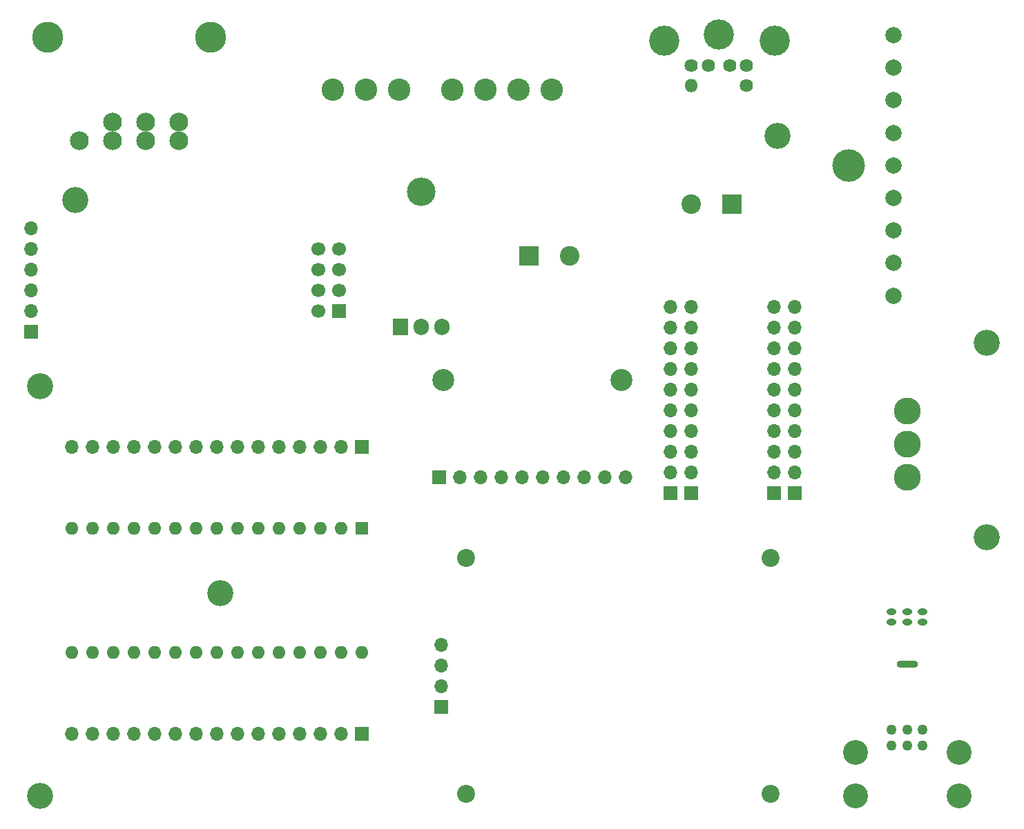
<source format=gbr>
%TF.GenerationSoftware,KiCad,Pcbnew,8.0.3*%
%TF.CreationDate,2024-06-28T16:27:34+02:00*%
%TF.ProjectId,multiradio,6d756c74-6972-4616-9469-6f2e6b696361,rev?*%
%TF.SameCoordinates,Original*%
%TF.FileFunction,Soldermask,Bot*%
%TF.FilePolarity,Negative*%
%FSLAX46Y46*%
G04 Gerber Fmt 4.6, Leading zero omitted, Abs format (unit mm)*
G04 Created by KiCad (PCBNEW 8.0.3) date 2024-06-28 16:27:34*
%MOMM*%
%LPD*%
G01*
G04 APERTURE LIST*
%ADD10C,2.200000*%
%ADD11R,1.700000X1.700000*%
%ADD12O,1.700000X1.700000*%
%ADD13C,3.048000*%
%ADD14C,1.270000*%
%ADD15C,3.200000*%
%ADD16C,4.000000*%
%ADD17C,2.000000*%
%ADD18R,2.400000X2.400000*%
%ADD19C,2.400000*%
%ADD20C,2.743200*%
%ADD21O,3.500000X3.500000*%
%ADD22R,1.905000X2.000000*%
%ADD23O,1.905000X2.000000*%
%ADD24C,3.303200*%
%ADD25C,2.700000*%
%ADD26O,2.650000X0.850000*%
%ADD27O,1.200000X0.800000*%
%ADD28C,1.625600*%
%ADD29O,1.625600X1.625600*%
%ADD30C,3.703200*%
%ADD31C,3.810000*%
%ADD32C,2.303200*%
%ADD33C,1.700000*%
%ADD34R,1.600000X1.600000*%
%ADD35O,1.600000X1.600000*%
G04 APERTURE END LIST*
D10*
%TO.C,Display1*%
X136587000Y-132065000D03*
X173887000Y-132065000D03*
X136587000Y-103065000D03*
X173887000Y-103065000D03*
D11*
X133537000Y-121365000D03*
D12*
X133537000Y-118825000D03*
X133537000Y-116285000D03*
X133537000Y-113745000D03*
%TD*%
D13*
%TO.C,wii1*%
X196996750Y-132334000D03*
X196996750Y-127000000D03*
X184296750Y-132334000D03*
X184296750Y-127000000D03*
D14*
X188741750Y-124206000D03*
X188741750Y-126111000D03*
X190646750Y-124206000D03*
X190646750Y-126111000D03*
X192551750Y-124206000D03*
X192551750Y-126111000D03*
%TD*%
D15*
%TO.C,REF\u002A\u002A*%
X174752000Y-51308000D03*
%TD*%
%TO.C,REF\u002A\u002A*%
X106426000Y-107442000D03*
%TD*%
D16*
%TO.C,Playstation1*%
X183476000Y-54888000D03*
D17*
X188976000Y-70888000D03*
X188976000Y-66888000D03*
X188976000Y-62888000D03*
X188976000Y-58888000D03*
X188976000Y-54888000D03*
X188976000Y-50888000D03*
X188976000Y-46888000D03*
X188976000Y-42888000D03*
X188976000Y-38888000D03*
%TD*%
D18*
%TO.C,C2*%
X144272000Y-66040000D03*
D19*
X149272000Y-66040000D03*
%TD*%
D15*
%TO.C,REF\u002A\u002A*%
X88646000Y-59182000D03*
%TD*%
D20*
%TO.C,Snes1*%
X147121000Y-45564750D03*
X143057000Y-45564750D03*
X138993000Y-45564750D03*
X134929000Y-45564750D03*
X128365000Y-45564750D03*
X124301000Y-45564750D03*
X120237000Y-45564750D03*
%TD*%
D21*
%TO.C,3v3_regulator1*%
X131064000Y-58102000D03*
D22*
X128524000Y-74762000D03*
D23*
X131064000Y-74762000D03*
X133604000Y-74762000D03*
%TD*%
D24*
%TO.C,N64_controller1*%
X190647000Y-85090000D03*
X190647000Y-89154000D03*
X190647000Y-93218000D03*
%TD*%
D25*
%TO.C,MPU1*%
X133769000Y-81223000D03*
X155613000Y-81223000D03*
D11*
X133312000Y-93161000D03*
D12*
X135852000Y-93161000D03*
X138392000Y-93161000D03*
X140932000Y-93161000D03*
X143472000Y-93161000D03*
X146012000Y-93161000D03*
X148552000Y-93161000D03*
X151092000Y-93161000D03*
X153632000Y-93161000D03*
X156172000Y-93161000D03*
%TD*%
D26*
%TO.C,Gamecube1*%
X190646750Y-116097000D03*
D27*
X192556750Y-110982000D03*
X190646750Y-110982000D03*
X188736750Y-110982000D03*
X192556750Y-109712000D03*
X190646750Y-109712000D03*
X188736750Y-109712000D03*
%TD*%
D15*
%TO.C,REF\u002A\u002A*%
X84328000Y-132334000D03*
%TD*%
%TO.C,REF\u002A\u002A*%
X200406000Y-76708000D03*
%TD*%
D18*
%TO.C,C1*%
X169175729Y-59690000D03*
D19*
X164175729Y-59690000D03*
%TD*%
D28*
%TO.C,ps/2_connector1*%
X170994000Y-45115000D03*
X170994000Y-42615000D03*
X168894000Y-42615000D03*
X166294000Y-42615000D03*
X164194000Y-42615000D03*
D29*
X164194000Y-45065000D03*
D30*
X174394000Y-39615000D03*
X167594000Y-38815000D03*
X160844000Y-39615000D03*
%TD*%
D11*
%TO.C,U2*%
X176857000Y-95094500D03*
X174317000Y-95094500D03*
D12*
X176857000Y-92554500D03*
X174317000Y-92554500D03*
X176857000Y-90014500D03*
X174317000Y-90014500D03*
X176857000Y-87474500D03*
X174317000Y-87474500D03*
X176857000Y-84934500D03*
X174317000Y-84934500D03*
X176857000Y-82394500D03*
X174317000Y-82394500D03*
X176857000Y-79854500D03*
X174317000Y-79854500D03*
X176857000Y-77314500D03*
X174317000Y-77314500D03*
X176857000Y-74774500D03*
X174317000Y-74774500D03*
X176857000Y-72234500D03*
X174317000Y-72234500D03*
D11*
X164157000Y-95094500D03*
X161617000Y-95094500D03*
D12*
X164157000Y-92554500D03*
X161617000Y-92554500D03*
X164157000Y-90014500D03*
X161617000Y-90014500D03*
X164157000Y-87474500D03*
X161617000Y-87474500D03*
X164157000Y-84934500D03*
X161617000Y-84934500D03*
X164157000Y-82394500D03*
X161617000Y-82394500D03*
X164157000Y-79854500D03*
X161617000Y-79854500D03*
X164157000Y-77314500D03*
X161617000Y-77314500D03*
X164157000Y-74774500D03*
X161617000Y-74774500D03*
X164157000Y-72234500D03*
X161617000Y-72234500D03*
%TD*%
D31*
%TO.C,Nes1*%
X105257600Y-39180000D03*
X85267800Y-39180000D03*
D32*
X93218000Y-49568600D03*
X93218000Y-51880000D03*
X97282000Y-51880000D03*
X101346000Y-51880000D03*
X97282000Y-49568600D03*
X101346000Y-49568600D03*
X89154000Y-51880000D03*
%TD*%
D15*
%TO.C,REF\u002A\u002A*%
X84328000Y-82042000D03*
%TD*%
D11*
%TO.C,NRF1*%
X83275000Y-75295000D03*
D12*
X83275000Y-72755000D03*
X83275000Y-70215000D03*
X83275000Y-67675000D03*
X83275000Y-65135000D03*
X83275000Y-62595000D03*
D11*
X121013000Y-72755000D03*
D33*
X118473000Y-72755000D03*
X121013000Y-70215000D03*
X118473000Y-70215000D03*
X121013000Y-67675000D03*
X118473000Y-67675000D03*
X121013000Y-65135000D03*
X118473000Y-65135000D03*
%TD*%
D15*
%TO.C,REF\u002A\u002A*%
X200406000Y-100584000D03*
%TD*%
D11*
%TO.C,A1*%
X123797000Y-89445000D03*
D34*
X123797000Y-99444857D03*
D12*
X121257000Y-89445000D03*
D35*
X121257000Y-99444857D03*
D12*
X118717000Y-89445000D03*
D35*
X118717000Y-99444857D03*
D12*
X116177000Y-89445000D03*
D35*
X116177000Y-99444857D03*
D12*
X113637000Y-89445000D03*
D35*
X113637000Y-99444857D03*
D12*
X111097000Y-89445000D03*
D35*
X111097000Y-99444857D03*
D12*
X108557000Y-89445000D03*
D35*
X108557000Y-99444857D03*
D12*
X106017000Y-89445000D03*
D35*
X106017000Y-99444857D03*
D12*
X103477000Y-89445000D03*
D35*
X103477000Y-99444857D03*
D12*
X100937000Y-89445000D03*
D35*
X100937000Y-99444857D03*
D12*
X98397000Y-89445000D03*
D35*
X98397000Y-99444857D03*
D12*
X95857000Y-89445000D03*
D35*
X95857000Y-99444857D03*
D12*
X93317000Y-89445000D03*
D35*
X93317000Y-99444857D03*
D12*
X90777000Y-89445000D03*
D35*
X90777000Y-99444857D03*
D12*
X88237000Y-89445000D03*
D35*
X88237000Y-99444857D03*
X88237000Y-114684857D03*
D12*
X88237000Y-124685000D03*
D35*
X90777000Y-114684857D03*
D12*
X90777000Y-124685000D03*
D35*
X93317000Y-114684857D03*
D12*
X93317000Y-124685000D03*
D35*
X95857000Y-114684857D03*
D12*
X95857000Y-124685000D03*
D35*
X98397000Y-114684857D03*
D12*
X98397000Y-124685000D03*
D35*
X100937000Y-114684857D03*
D12*
X100937000Y-124685000D03*
D35*
X103477000Y-114684857D03*
D12*
X103477000Y-124685000D03*
D35*
X106017000Y-114684857D03*
D12*
X106017000Y-124685000D03*
D35*
X108557000Y-114684857D03*
D12*
X108557000Y-124685000D03*
D35*
X111097000Y-114684857D03*
D12*
X111097000Y-124685000D03*
D35*
X113637000Y-114684857D03*
D12*
X113637000Y-124685000D03*
D35*
X116177000Y-114684857D03*
D12*
X116177000Y-124685000D03*
D35*
X118717000Y-114684857D03*
D12*
X118717000Y-124685000D03*
D35*
X121257000Y-114684857D03*
D12*
X121257000Y-124685000D03*
D35*
X123797000Y-114684857D03*
D11*
X123797000Y-124685000D03*
%TD*%
M02*

</source>
